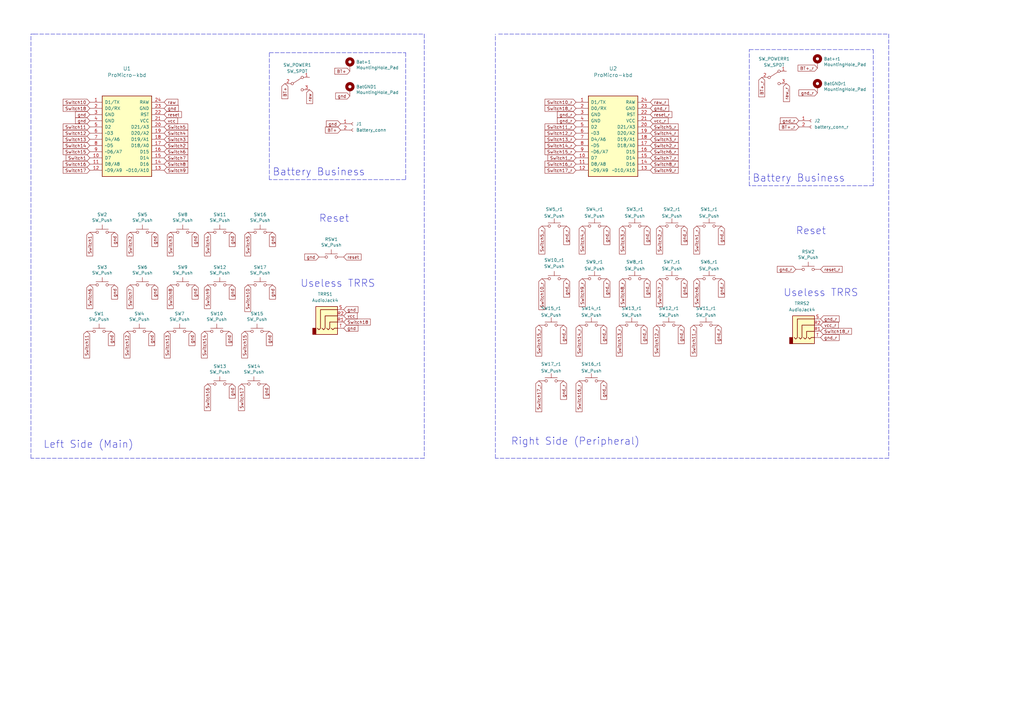
<source format=kicad_sch>
(kicad_sch (version 20211123) (generator eeschema)
  (paper "A3")
  (lib_symbols
    (symbol "Arduino:Sparkfun_Pro_Micro" (pin_names (offset 1.016))
      (property "Reference" "U" (at -8.89 21.59 0))
      (property "Value" "Sparkfun_Pro_Micro" (at 0 19.05 0))
      (symbol "Sparkfun_Pro_Micro_0_1"
        (rectangle (start -10.16 17.78) (end 10.16 -15.24) (stroke (width 0.254)) (fill (type background)))
      )
      (symbol "Sparkfun_Pro_Micro_1_1"
        (pin bidirectional line (at -15.24 15.24 0) (length 5.08) (name "D1/TX") (number "1"))
        (pin bidirectional line (at -15.24 -7.62 0) (length 5.08) (name "D7") (number "10"))
        (pin bidirectional line (at -15.24 -10.16 0) (length 5.08) (name "D8/A8") (number "11"))
        (pin bidirectional line (at -15.24 -12.7 0) (length 5.08) (name "~D9/A9") (number "12"))
        (pin bidirectional line (at 15.24 -12.7 180) (length 5.08) (name "~D10/A10") (number "13"))
        (pin bidirectional line (at 15.24 -10.16 180) (length 5.08) (name "D16") (number "14"))
        (pin bidirectional line (at 15.24 -7.62 180) (length 5.08) (name "D14") (number "15"))
        (pin bidirectional line (at 15.24 -5.08 180) (length 5.08) (name "D15") (number "16"))
        (pin bidirectional line (at 15.24 -2.54 180) (length 5.08) (name "D18/A0") (number "17"))
        (pin bidirectional line (at 15.24 0 180) (length 5.08) (name "D19/A1") (number "18"))
        (pin bidirectional line (at 15.24 2.54 180) (length 5.08) (name "D20/A2") (number "19"))
        (pin bidirectional line (at -15.24 12.7 0) (length 5.08) (name "D0/RX") (number "2"))
        (pin bidirectional line (at 15.24 5.08 180) (length 5.08) (name "D21/A3") (number "20"))
        (pin power_in line (at 15.24 7.62 180) (length 5.08) (name "VCC") (number "21"))
        (pin input line (at 15.24 10.16 180) (length 5.08) (name "RST") (number "22"))
        (pin power_in line (at 15.24 12.7 180) (length 5.08) (name "GND") (number "23"))
        (pin power_in line (at 15.24 15.24 180) (length 5.08) (name "RAW") (number "24"))
        (pin power_in line (at -15.24 10.16 0) (length 5.08) (name "GND") (number "3"))
        (pin power_in line (at -15.24 7.62 0) (length 5.08) (name "GND") (number "4"))
        (pin bidirectional line (at -15.24 5.08 0) (length 5.08) (name "D2") (number "5"))
        (pin bidirectional line (at -15.24 2.54 0) (length 5.08) (name "~D3") (number "6"))
        (pin bidirectional line (at -15.24 0 0) (length 5.08) (name "D4/A6") (number "7"))
        (pin bidirectional line (at -15.24 -2.54 0) (length 5.08) (name "~D5") (number "8"))
        (pin bidirectional line (at -15.24 -5.08 0) (length 5.08) (name "~D6/A7") (number "9"))
      )
    )
    (symbol "Connector:AudioJack4"
      (property "Reference" "J" (at 0 8.89 0))
      (property "Value" "AudioJack4" (at 0 6.35 0))
      (symbol "AudioJack4_0_1"
        (rectangle (start -6.35 -5.08) (end -7.62 -7.62) (stroke (width 0.254)) (fill (type outline)))
        (polyline (pts (xy 0 -5.08) (xy 0.635 -5.715) (xy 1.27 -5.08) (xy 2.54 -5.08)) (stroke (width 0.254)))
        (polyline (pts (xy -5.715 -5.08) (xy -5.08 -5.715) (xy -4.445 -5.08) (xy -4.445 2.54) (xy 2.54 2.54)) (stroke (width 0.254)))
        (polyline (pts (xy -1.905 -5.08) (xy -1.27 -5.715) (xy -0.635 -5.08) (xy -0.635 -2.54) (xy 2.54 -2.54)) (stroke (width 0.254)))
        (polyline (pts (xy 2.54 0) (xy -2.54 0) (xy -2.54 -5.08) (xy -3.175 -5.715) (xy -3.81 -5.08)) (stroke (width 0.254)))
        (rectangle (start 2.54 3.81) (end -6.35 -7.62) (stroke (width 0.254)) (fill (type background)))
      )
      (symbol "AudioJack4_1_1"
        (pin passive line (at 5.08 -2.54 180) (length 2.54) (name "~") (number "R1"))
        (pin passive line (at 5.08 0 180) (length 2.54) (name "~") (number "R2"))
        (pin passive line (at 5.08 2.54 180) (length 2.54) (name "~") (number "S"))
        (pin passive line (at 5.08 -5.08 180) (length 2.54) (name "~") (number "T"))
      )
    )
    (symbol "Connector:Conn_01x02_Female" (pin_names (offset 1.016) hide)
      (property "Reference" "J" (at 0 2.54 0))
      (property "Value" "Conn_01x02_Female" (at 0 -5.08 0))
      (symbol "Conn_01x02_Female_1_1"
        (arc (start 0 -2.032) (mid -0.508 -2.54) (end 0 -3.048) (stroke (width 0.1524)))
        (polyline (pts (xy -1.27 -2.54) (xy -0.508 -2.54)) (stroke (width 0.1524)))
        (polyline (pts (xy -1.27 0) (xy -0.508 0)) (stroke (width 0.1524)))
        (arc (start 0 0.508) (mid -0.508 0) (end 0 -0.508) (stroke (width 0.1524)))
        (pin passive line (at -5.08 0 0) (length 3.81) (name "Pin_1") (number "1"))
        (pin passive line (at -5.08 -2.54 0) (length 3.81) (name "Pin_2") (number "2"))
      )
    )
    (symbol "Mechanical:MountingHole_Pad" (pin_numbers hide) (pin_names (offset 1.016) hide)
      (property "Reference" "H" (at 0 6.35 0))
      (property "Value" "MountingHole_Pad" (at 0 4.445 0))
      (symbol "MountingHole_Pad_0_1"
        (circle (center 0 1.27) (radius 1.27) (stroke (width 1.27)))
      )
      (symbol "MountingHole_Pad_1_1"
        (pin input line (at 0 -2.54 90) (length 2.54) (name "1") (number "1"))
      )
    )
    (symbol "Switch:SW_Push" (pin_numbers hide) (pin_names (offset 1.016) hide)
      (property "Reference" "SW" (at 1.27 2.54 0))
      (property "Value" "SW_Push" (at 0 -1.524 0))
      (symbol "SW_Push_0_1"
        (circle (center -2.032 0) (radius 0.508))
        (polyline (pts (xy 0 1.27) (xy 0 3.048)))
        (polyline (pts (xy 2.54 1.27) (xy -2.54 1.27)))
        (circle (center 2.032 0) (radius 0.508))
        (pin passive line (at -5.08 0 0) (length 2.54) (name "1") (number "1"))
        (pin passive line (at 5.08 0 180) (length 2.54) (name "2") (number "2"))
      )
    )
    (symbol "Switch:SW_SPDT" (pin_names (offset 0) hide)
      (property "Reference" "SW" (at 0 4.318 0))
      (property "Value" "SW_SPDT" (at 0 -5.08 0))
      (symbol "SW_SPDT_0_0"
        (circle (center -2.032 0) (radius 0.508))
        (circle (center 2.032 -2.54) (radius 0.508))
      )
      (symbol "SW_SPDT_0_1"
        (polyline (pts (xy -1.524 0.254) (xy 1.651 2.286)))
        (circle (center 2.032 2.54) (radius 0.508))
      )
      (symbol "SW_SPDT_1_1"
        (pin passive line (at 5.08 2.54 180) (length 2.54) (name "A") (number "1"))
        (pin passive line (at -5.08 0 0) (length 2.54) (name "B") (number "2"))
        (pin passive line (at 5.08 -2.54 180) (length 2.54) (name "C") (number "3"))
      )
    )
  )
  (polyline (pts (xy 166.37 73.66) (xy 110.49 73.66)))
  (polyline (pts (xy 13.97 13.97) (xy 173.99 13.97)))
  (polyline (pts (xy 173.99 13.97) (xy 173.99 187.96)))
  (polyline (pts (xy 110.49 21.59) (xy 166.37 21.59)))
  (polyline (pts (xy 364.49 187.96) (xy 203.2 187.96)))
  (polyline (pts (xy 307.34 20.32) (xy 358.14 20.32)))
  (polyline (pts (xy 110.49 73.66) (xy 110.49 21.59)))
  (polyline (pts (xy 166.37 21.59) (xy 166.37 73.66)))
  (polyline (pts (xy 364.49 13.97) (xy 364.49 187.96)))
  (polyline (pts (xy 358.14 76.2) (xy 307.34 76.2)))
  (polyline (pts (xy 204.47 13.97) (xy 364.49 13.97)))
  (polyline (pts (xy 173.99 187.96) (xy 12.7 187.96)))
  (polyline (pts (xy 12.7 187.96) (xy 12.7 13.97)))
  (polyline (pts (xy 203.2 187.96) (xy 203.2 13.97)))
  (polyline (pts (xy 358.14 20.32) (xy 358.14 76.2)))
  (polyline (pts (xy 307.34 76.2) (xy 307.34 20.32)))
  (polyline (pts (xy 12.7 13.97) (xy 13.97 13.97)))
  (text "Reset" (at 130.81 91.44 0) (effects (font (size 2.9972 2.9972)) (justify left bottom)))
  (text "Useless TRRS\n" (at 321.31 121.92 0) (effects (font (size 2.9972 2.9972)) (justify left bottom)))
  (text "Right Side (Peripheral)" (at 209.55 182.88 0) (effects (font (size 2.9972 2.9972)) (justify left bottom)))
  (text "Useless TRRS\n" (at 123.19 118.11 0) (effects (font (size 2.9972 2.9972)) (justify left bottom)))
  (text "Battery Business" (at 308.61 74.93 0) (effects (font (size 2.9972 2.9972)) (justify left bottom)))
  (text "Left Side (Main)" (at 17.78 184.15 0) (effects (font (size 2.9972 2.9972)) (justify left bottom)))
  (text "Battery Business" (at 111.76 72.39 0) (effects (font (size 2.9972 2.9972)) (justify left bottom)))
  (text "Reset" (at 326.39 96.52 0) (effects (font (size 2.9972 2.9972)) (justify left bottom)))
  (global_label "gnd" (shape input) (at 62.23 135.89 270) (property "Intersheet References" "${INTERSHEET_REFS}" (effects hide)))
  (global_label "gnd" (shape input) (at 67.31 44.45 0) (property "Intersheet References" "${INTERSHEET_REFS}" (effects hide)))
  (global_label "Switch16" (shape input) (at 36.83 67.31 180) (property "Intersheet References" "${INTERSHEET_REFS}" (effects hide)))
  (global_label "gnd" (shape input) (at 36.83 46.99 180) (property "Intersheet References" "${INTERSHEET_REFS}" (effects hide)))
  (global_label "Switch13" (shape input) (at 36.83 57.15 180) (property "Intersheet References" "${INTERSHEET_REFS}" (effects hide)))
  (global_label "gnd" (shape input) (at 130.81 105.41 180) (property "Intersheet References" "${INTERSHEET_REFS}" (effects hide)))
  (global_label "Switch7_r" (shape input) (at 270.51 114.3 270) (property "Intersheet References" "${INTERSHEET_REFS}" (effects hide)))
  (global_label "Switch15_r" (shape input) (at 236.22 62.23 180) (property "Intersheet References" "${INTERSHEET_REFS}" (effects hide)))
  (global_label "gnd" (shape input) (at 80.01 116.84 270) (property "Intersheet References" "${INTERSHEET_REFS}" (effects hide)))
  (global_label "reset" (shape input) (at 140.97 105.41 0) (property "Intersheet References" "${INTERSHEET_REFS}" (effects hide)))
  (global_label "Switch17" (shape input) (at 99.06 157.48 270) (property "Intersheet References" "${INTERSHEET_REFS}" (effects hide)))
  (global_label "Switch2_r" (shape input) (at 270.51 92.71 270) (property "Intersheet References" "${INTERSHEET_REFS}" (effects hide)))
  (global_label "gnd_r" (shape input) (at 236.22 46.99 180) (property "Intersheet References" "${INTERSHEET_REFS}" (effects hide)))
  (global_label "Switch4" (shape input) (at 67.31 54.61 0) (property "Intersheet References" "${INTERSHEET_REFS}" (effects hide)))
  (global_label "Switch10_r" (shape input) (at 236.22 41.91 180) (property "Intersheet References" "${INTERSHEET_REFS}" (effects hide)))
  (global_label "Switch13_r" (shape input) (at 254 133.35 270) (property "Intersheet References" "${INTERSHEET_REFS}" (effects hide)))
  (global_label "gnd_r" (shape input) (at 280.67 92.71 270) (property "Intersheet References" "${INTERSHEET_REFS}" (effects hide)))
  (global_label "gnd_r" (shape input) (at 265.43 114.3 270) (property "Intersheet References" "${INTERSHEET_REFS}" (effects hide)))
  (global_label "BT+_r" (shape input) (at 327.66 52.07 180) (property "Intersheet References" "${INTERSHEET_REFS}" (effects hide)))
  (global_label "BT+" (shape input) (at 139.7 53.34 180) (property "Intersheet References" "${INTERSHEET_REFS}" (effects hide)))
  (global_label "Switch17_r" (shape input) (at 220.98 156.21 270) (property "Intersheet References" "${INTERSHEET_REFS}" (effects hide)))
  (global_label "Switch4_r" (shape input) (at 238.76 92.71 270) (property "Intersheet References" "${INTERSHEET_REFS}" (effects hide)))
  (global_label "Switch16_r" (shape input) (at 236.22 67.31 180) (property "Intersheet References" "${INTERSHEET_REFS}" (effects hide)))
  (global_label "Switch7" (shape input) (at 53.34 116.84 270) (property "Intersheet References" "${INTERSHEET_REFS}" (effects hide)))
  (global_label "gnd_r" (shape input) (at 231.14 133.35 270) (property "Intersheet References" "${INTERSHEET_REFS}" (effects hide)))
  (global_label "gnd_r" (shape input) (at 231.14 156.21 270) (property "Intersheet References" "${INTERSHEET_REFS}" (effects hide)))
  (global_label "gnd_r" (shape input) (at 266.7 44.45 0) (property "Intersheet References" "${INTERSHEET_REFS}" (effects hide)))
  (global_label "Switch15" (shape input) (at 36.83 62.23 180) (property "Intersheet References" "${INTERSHEET_REFS}" (effects hide)))
  (global_label "gnd" (shape input) (at 95.25 95.25 270) (property "Intersheet References" "${INTERSHEET_REFS}" (effects hide)))
  (global_label "gnd_r" (shape input) (at 327.66 49.53 180) (property "Intersheet References" "${INTERSHEET_REFS}" (effects hide)))
  (global_label "gnd" (shape input) (at 139.7 50.8 180) (property "Intersheet References" "${INTERSHEET_REFS}" (effects hide)))
  (global_label "Switch16_r" (shape input) (at 237.49 156.21 270) (property "Intersheet References" "${INTERSHEET_REFS}" (effects hide)))
  (global_label "vcc" (shape input) (at 67.31 49.53 0) (property "Intersheet References" "${INTERSHEET_REFS}" (effects hide)))
  (global_label "Switch6_r" (shape input) (at 285.75 114.3 270) (property "Intersheet References" "${INTERSHEET_REFS}" (effects hide)))
  (global_label "gnd_r" (shape input) (at 294.64 133.35 270) (property "Intersheet References" "${INTERSHEET_REFS}" (effects hide)))
  (global_label "Switch14" (shape input) (at 36.83 59.69 180) (property "Intersheet References" "${INTERSHEET_REFS}" (effects hide)))
  (global_label "Switch1" (shape input) (at 36.83 95.25 270) (property "Intersheet References" "${INTERSHEET_REFS}" (effects hide)))
  (global_label "reset" (shape input) (at 67.31 46.99 0) (property "Intersheet References" "${INTERSHEET_REFS}" (effects hide)))
  (global_label "Switch11_r" (shape input) (at 236.22 52.07 180) (property "Intersheet References" "${INTERSHEET_REFS}" (effects hide)))
  (global_label "gnd_r" (shape input) (at 335.28 38.1 180) (property "Intersheet References" "${INTERSHEET_REFS}" (effects hide)))
  (global_label "Switch11" (shape input) (at 35.56 135.89 270) (property "Intersheet References" "${INTERSHEET_REFS}" (effects hide)))
  (global_label "gnd" (shape input) (at 46.99 116.84 270) (property "Intersheet References" "${INTERSHEET_REFS}" (effects hide)))
  (global_label "gnd" (shape input) (at 110.49 135.89 270) (property "Intersheet References" "${INTERSHEET_REFS}" (effects hide)))
  (global_label "Switch10_r" (shape input) (at 222.25 114.3 270) (property "Intersheet References" "${INTERSHEET_REFS}" (effects hide)))
  (global_label "Switch2_r" (shape input) (at 266.7 59.69 0) (property "Intersheet References" "${INTERSHEET_REFS}" (effects hide)))
  (global_label "gnd" (shape input) (at 111.76 95.25 270) (property "Intersheet References" "${INTERSHEET_REFS}" (effects hide)))
  (global_label "Switch14" (shape input) (at 83.82 135.89 270) (property "Intersheet References" "${INTERSHEET_REFS}" (effects hide)))
  (global_label "Switch12_r" (shape input) (at 236.22 54.61 180) (property "Intersheet References" "${INTERSHEET_REFS}" (effects hide)))
  (global_label "vcc_r" (shape input) (at 336.55 133.35 0) (property "Intersheet References" "${INTERSHEET_REFS}" (effects hide)))
  (global_label "gnd" (shape input) (at 80.01 95.25 270) (property "Intersheet References" "${INTERSHEET_REFS}" (effects hide)))
  (global_label "gnd" (shape input) (at 140.97 134.62 0) (property "Intersheet References" "${INTERSHEET_REFS}" (effects hide)))
  (global_label "Switch14_r" (shape input) (at 237.49 133.35 270) (property "Intersheet References" "${INTERSHEET_REFS}" (effects hide)))
  (global_label "Switch3_r" (shape input) (at 266.7 57.15 0) (property "Intersheet References" "${INTERSHEET_REFS}" (effects hide)))
  (global_label "Switch2" (shape input) (at 53.34 95.25 270) (property "Intersheet References" "${INTERSHEET_REFS}" (effects hide)))
  (global_label "gnd" (shape input) (at 45.72 135.89 270) (property "Intersheet References" "${INTERSHEET_REFS}" (effects hide)))
  (global_label "Switch12" (shape input) (at 52.07 135.89 270) (property "Intersheet References" "${INTERSHEET_REFS}" (effects hide)))
  (global_label "vcc_r" (shape input) (at 266.7 49.53 0) (property "Intersheet References" "${INTERSHEET_REFS}" (effects hide)))
  (global_label "Switch6" (shape input) (at 67.31 62.23 0) (property "Intersheet References" "${INTERSHEET_REFS}" (effects hide)))
  (global_label "gnd" (shape input) (at 78.74 135.89 270) (property "Intersheet References" "${INTERSHEET_REFS}" (effects hide)))
  (global_label "gnd_r" (shape input) (at 232.41 92.71 270) (property "Intersheet References" "${INTERSHEET_REFS}" (effects hide)))
  (global_label "gnd_r" (shape input) (at 247.65 133.35 270) (property "Intersheet References" "${INTERSHEET_REFS}" (effects hide)))
  (global_label "Switch5_r" (shape input) (at 266.7 52.07 0) (property "Intersheet References" "${INTERSHEET_REFS}" (effects hide)))
  (global_label "gnd_r" (shape input) (at 295.91 114.3 270) (property "Intersheet References" "${INTERSHEET_REFS}" (effects hide)))
  (global_label "Switch7" (shape input) (at 67.31 64.77 0) (property "Intersheet References" "${INTERSHEET_REFS}" (effects hide)))
  (global_label "gnd" (shape input) (at 143.51 39.37 180) (property "Intersheet References" "${INTERSHEET_REFS}" (effects hide)))
  (global_label "Switch16" (shape input) (at 85.09 157.48 270) (property "Intersheet References" "${INTERSHEET_REFS}" (effects hide)))
  (global_label "Switch3_r" (shape input) (at 255.27 92.71 270) (property "Intersheet References" "${INTERSHEET_REFS}" (effects hide)))
  (global_label "gnd" (shape input) (at 140.97 127 0) (property "Intersheet References" "${INTERSHEET_REFS}" (effects hide)))
  (global_label "Switch5" (shape input) (at 101.6 95.25 270) (property "Intersheet References" "${INTERSHEET_REFS}" (effects hide)))
  (global_label "gnd" (shape input) (at 109.22 157.48 270) (property "Intersheet References" "${INTERSHEET_REFS}" (effects hide)))
  (global_label "Switch7_r" (shape input) (at 266.7 64.77 0) (property "Intersheet References" "${INTERSHEET_REFS}" (effects hide)))
  (global_label "gnd_r" (shape input) (at 232.41 114.3 270) (property "Intersheet References" "${INTERSHEET_REFS}" (effects hide)))
  (global_label "gnd" (shape input) (at 95.25 116.84 270) (property "Intersheet References" "${INTERSHEET_REFS}" (effects hide)))
  (global_label "gnd_r" (shape input) (at 336.55 130.81 0) (property "Intersheet References" "${INTERSHEET_REFS}" (effects hide)))
  (global_label "Switch15" (shape input) (at 100.33 135.89 270) (property "Intersheet References" "${INTERSHEET_REFS}" (effects hide)))
  (global_label "Switch9" (shape input) (at 67.31 69.85 0) (property "Intersheet References" "${INTERSHEET_REFS}" (effects hide)))
  (global_label "BT+_r" (shape input) (at 312.42 31.75 270) (property "Intersheet References" "${INTERSHEET_REFS}" (effects hide)))
  (global_label "gnd" (shape input) (at 36.83 49.53 180) (property "Intersheet References" "${INTERSHEET_REFS}" (effects hide)))
  (global_label "Switch13" (shape input) (at 68.58 135.89 270) (property "Intersheet References" "${INTERSHEET_REFS}" (effects hide)))
  (global_label "Switch9_r" (shape input) (at 238.76 114.3 270) (property "Intersheet References" "${INTERSHEET_REFS}" (effects hide)))
  (global_label "raw_r" (shape input) (at 322.58 34.29 270) (property "Intersheet References" "${INTERSHEET_REFS}" (effects hide)))
  (global_label "Switch1_r" (shape input) (at 236.22 64.77 180) (property "Intersheet References" "${INTERSHEET_REFS}" (effects hide)))
  (global_label "Switch6" (shape input) (at 36.83 116.84 270) (property "Intersheet References" "${INTERSHEET_REFS}" (effects hide)))
  (global_label "Switch10" (shape input) (at 101.6 116.84 270) (property "Intersheet References" "${INTERSHEET_REFS}" (effects hide)))
  (global_label "Switch17" (shape input) (at 36.83 69.85 180) (property "Intersheet References" "${INTERSHEET_REFS}" (effects hide)))
  (global_label "Switch18" (shape input) (at 36.83 44.45 180) (property "Intersheet References" "${INTERSHEET_REFS}" (effects hide)))
  (global_label "gnd_r" (shape input) (at 248.92 92.71 270) (property "Intersheet References" "${INTERSHEET_REFS}" (effects hide)))
  (global_label "Switch12_r" (shape input) (at 269.24 133.35 270) (property "Intersheet References" "${INTERSHEET_REFS}" (effects hide)))
  (global_label "Switch4" (shape input) (at 85.09 95.25 270) (property "Intersheet References" "${INTERSHEET_REFS}" (effects hide)))
  (global_label "Switch9" (shape input) (at 85.09 116.84 270) (property "Intersheet References" "${INTERSHEET_REFS}" (effects hide)))
  (global_label "Switch17_r" (shape input) (at 236.22 69.85 180) (property "Intersheet References" "${INTERSHEET_REFS}" (effects hide)))
  (global_label "raw_r" (shape input) (at 266.7 41.91 0) (property "Intersheet References" "${INTERSHEET_REFS}" (effects hide)))
  (global_label "gnd_r" (shape input) (at 264.16 133.35 270) (property "Intersheet References" "${INTERSHEET_REFS}" (effects hide)))
  (global_label "Switch4_r" (shape input) (at 266.7 54.61 0) (property "Intersheet References" "${INTERSHEET_REFS}" (effects hide)))
  (global_label "gnd" (shape input) (at 63.5 95.25 270) (property "Intersheet References" "${INTERSHEET_REFS}" (effects hide)))
  (global_label "gnd_r" (shape input) (at 336.55 138.43 0) (property "Intersheet References" "${INTERSHEET_REFS}" (effects hide)))
  (global_label "raw" (shape input) (at 127 36.83 270) (property "Intersheet References" "${INTERSHEET_REFS}" (effects hide)))
  (global_label "gnd_r" (shape input) (at 248.92 114.3 270) (property "Intersheet References" "${INTERSHEET_REFS}" (effects hide)))
  (global_label "Switch10" (shape input) (at 36.83 41.91 180) (property "Intersheet References" "${INTERSHEET_REFS}" (effects hide)))
  (global_label "Switch18" (shape input) (at 140.97 132.08 0) (property "Intersheet References" "${INTERSHEET_REFS}" (effects hide)))
  (global_label "reset_r" (shape input) (at 336.55 110.49 0) (property "Intersheet References" "${INTERSHEET_REFS}" (effects hide)))
  (global_label "gnd_r" (shape input) (at 280.67 114.3 270) (property "Intersheet References" "${INTERSHEET_REFS}" (effects hide)))
  (global_label "Switch6_r" (shape input) (at 266.7 62.23 0) (property "Intersheet References" "${INTERSHEET_REFS}" (effects hide)))
  (global_label "gnd" (shape input) (at 95.25 157.48 270) (property "Intersheet References" "${INTERSHEET_REFS}" (effects hide)))
  (global_label "Switch11_r" (shape input) (at 284.48 133.35 270) (property "Intersheet References" "${INTERSHEET_REFS}" (effects hide)))
  (global_label "Switch12" (shape input) (at 36.83 54.61 180) (property "Intersheet References" "${INTERSHEET_REFS}" (effects hide)))
  (global_label "Switch5_r" (shape input) (at 222.25 92.71 270) (property "Intersheet References" "${INTERSHEET_REFS}" (effects hide)))
  (global_label "gnd" (shape input) (at 63.5 116.84 270) (property "Intersheet References" "${INTERSHEET_REFS}" (effects hide)))
  (global_label "gnd" (shape input) (at 93.98 135.89 270) (property "Intersheet References" "${INTERSHEET_REFS}" (effects hide)))
  (global_label "gnd" (shape input) (at 111.76 116.84 270) (property "Intersheet References" "${INTERSHEET_REFS}" (effects hide)))
  (global_label "Switch8_r" (shape input) (at 255.27 114.3 270) (property "Intersheet References" "${INTERSHEET_REFS}" (effects hide)))
  (global_label "gnd_r" (shape input) (at 236.22 49.53 180) (property "Intersheet References" "${INTERSHEET_REFS}" (effects hide)))
  (global_label "reset_r" (shape input) (at 266.7 46.99 0) (property "Intersheet References" "${INTERSHEET_REFS}" (effects hide)))
  (global_label "Switch18_r" (shape input) (at 236.22 44.45 180) (property "Intersheet References" "${INTERSHEET_REFS}" (effects hide)))
  (global_label "Switch5" (shape input) (at 67.31 52.07 0) (property "Intersheet References" "${INTERSHEET_REFS}" (effects hide)))
  (global_label "gnd_r" (shape input) (at 295.91 92.71 270) (property "Intersheet References" "${INTERSHEET_REFS}" (effects hide)))
  (global_label "Switch8" (shape input) (at 67.31 67.31 0) (property "Intersheet References" "${INTERSHEET_REFS}" (effects hide)))
  (global_label "Switch13_r" (shape input) (at 236.22 57.15 180) (property "Intersheet References" "${INTERSHEET_REFS}" (effects hide)))
  (global_label "Switch3" (shape input) (at 69.85 95.25 270) (property "Intersheet References" "${INTERSHEET_REFS}" (effects hide)))
  (global_label "Switch2" (shape input) (at 67.31 59.69 0) (property "Intersheet References" "${INTERSHEET_REFS}" (effects hide)))
  (global_label "gnd_r" (shape input) (at 326.39 110.49 180) (property "Intersheet References" "${INTERSHEET_REFS}" (effects hide)))
  (global_label "Switch15_r" (shape input) (at 220.98 133.35 270) (property "Intersheet References" "${INTERSHEET_REFS}" (effects hide)))
  (global_label "gnd_r" (shape input) (at 247.65 156.21 270) (property "Intersheet References" "${INTERSHEET_REFS}" (effects hide)))
  (global_label "raw" (shape input) (at 67.31 41.91 0) (property "Intersheet References" "${INTERSHEET_REFS}" (effects hide)))
  (global_label "vcc" (shape input) (at 140.97 129.54 0) (property "Intersheet References" "${INTERSHEET_REFS}" (effects hide)))
  (global_label "gnd_r" (shape input) (at 265.43 92.71 270) (property "Intersheet References" "${INTERSHEET_REFS}" (effects hide)))
  (global_label "Switch8_r" (shape input) (at 266.7 67.31 0) (property "Intersheet References" "${INTERSHEET_REFS}" (effects hide)))
  (global_label "Switch1_r" (shape input) (at 285.75 92.71 270) (property "Intersheet References" "${INTERSHEET_REFS}" (effects hide)))
  (global_label "Switch18_r" (shape input) (at 336.55 135.89 0) (property "Intersheet References" "${INTERSHEET_REFS}" (effects hide)))
  (global_label "BT+_r" (shape input) (at 335.28 27.94 180) (property "Intersheet References" "${INTERSHEET_REFS}" (effects hide)))
  (global_label "Switch8" (shape input) (at 69.85 116.84 270) (property "Intersheet References" "${INTERSHEET_REFS}" (effects hide)))
  (global_label "gnd_r" (shape input) (at 698.5 292.1 0) (property "Intersheet References" "${INTERSHEET_REFS}" (effects hide)))
  (global_label "BT+" (shape input) (at 116.84 34.29 270) (property "Intersheet References" "${INTERSHEET_REFS}" (effects hide)))
  (global_label "BT+" (shape input) (at 143.51 29.21 180) (property "Intersheet References" "${INTERSHEET_REFS}" (effects hide)))
  (global_label "Switch11" (shape input) (at 36.83 52.07 180) (property "Intersheet References" "${INTERSHEET_REFS}" (effects hide)))
  (global_label "Switch9_r" (shape input) (at 266.7 69.85 0) (property "Intersheet References" "${INTERSHEET_REFS}" (effects hide)))
  (global_label "Switch1" (shape input) (at 36.83 64.77 180) (property "Intersheet References" "${INTERSHEET_REFS}" (effects hide)))
  (global_label "gnd" (shape input) (at 46.99 95.25 270) (property "Intersheet References" "${INTERSHEET_REFS}" (effects hide)))
  (global_label "Switch14_r" (shape input) (at 236.22 59.69 180) (property "Intersheet References" "${INTERSHEET_REFS}" (effects hide)))
  (global_label "gnd_r" (shape input) (at 279.4 133.35 270) (property "Intersheet References" "${INTERSHEET_REFS}" (effects hide)))
  (global_label "Switch3" (shape input) (at 67.31 57.15 0) (property "Intersheet References" "${INTERSHEET_REFS}" (effects hide)))
  (symbol (lib_id "Switch:SW_Push") (at 41.91 95.25 0) (unit 1)
    (property "Reference" "SW2" (at 41.91 88.011 0))
    (property "Value" "SW_Push" (at 41.91 90.3224 0))
    (property "Footprint" "choc_switch_3d:SW_Hotswap_Kailh_Choc_V1_tweaked" (effects hide))
  )
  (symbol (lib_id "Switch:SW_Push") (at 90.17 157.48 0) (unit 1)
    (property "Reference" "SW13" (at 90.17 150.241 0))
    (property "Value" "SW_Push" (at 90.17 152.5524 0))
    (property "Footprint" "choc_switch_3d:SW_Hotswap_Kailh_Choc_V1_tweaked" (effects hide))
  )
  (symbol (lib_id "Switch:SW_Push") (at 242.57 156.21 0) (unit 1)
    (property "Reference" "SW16_r1" (at 242.57 149.3225 0))
    (property "Value" "SW_Push" (at 242.57 152.0976 0))
    (property "Footprint" "choc_switch_3d:SW_Hotswap_Kailh_Choc_V1_tweaked" (effects hide))
  )
  (symbol (lib_id "Switch:SW_Push") (at 227.33 92.71 0) (unit 1)
    (property "Reference" "SW5_r1" (at 227.33 85.8225 0))
    (property "Value" "SW_Push" (at 227.33 88.5976 0))
    (property "Footprint" "choc_switch_3d:SW_Hotswap_Kailh_Choc_V1_tweaked" (effects hide))
  )
  (symbol (lib_id "Switch:SW_Push") (at 275.59 114.3 0) (unit 1)
    (property "Reference" "SW7_r1" (at 275.59 107.4125 0))
    (property "Value" "SW_Push" (at 275.59 110.1876 0))
    (property "Footprint" "choc_switch_3d:SW_Hotswap_Kailh_Choc_V1_tweaked" (effects hide))
  )
  (symbol (lib_id "Switch:SW_Push") (at 243.84 92.71 0) (unit 1)
    (property "Reference" "SW4_r1" (at 243.84 85.8225 0))
    (property "Value" "SW_Push" (at 243.84 88.5976 0))
    (property "Footprint" "choc_switch_3d:SW_Hotswap_Kailh_Choc_V1_tweaked" (effects hide))
  )
  (symbol (lib_id "Arduino:Sparkfun_Pro_Micro") (at 251.46 57.15 0) (unit 1)
    (property "Reference" "U2" (at 251.46 28.1178 0) (effects (font (size 1.524 1.524))))
    (property "Value" "ProMicro-kbd" (at 251.46 30.8102 0) (effects (font (size 1.524 1.524))))
    (property "Footprint" "Arduino:Sparkfun_Pro_Micro" (effects hide))
    (property "Datasheet" "https://www.sparkfun.com/products/12640" (effects hide))
  )
  (symbol (lib_id "Switch:SW_Push") (at 106.68 95.25 0) (unit 1)
    (property "Reference" "SW16" (at 106.68 88.011 0))
    (property "Value" "SW_Push" (at 106.68 90.3224 0))
    (property "Footprint" "choc_switch_3d:SW_Hotswap_Kailh_Choc_V1_tweaked" (effects hide))
  )
  (symbol (lib_id "Switch:SW_Push") (at 227.33 114.3 0) (unit 1)
    (property "Reference" "SW10_r1" (at 227.33 106.68 0))
    (property "Value" "SW_Push" (at 227.33 109.22 0))
    (property "Footprint" "choc_switch_3d:SW_Hotswap_Kailh_Choc_V1_tweaked" (effects hide))
  )
  (symbol (lib_id "Switch:SW_Push") (at 74.93 116.84 0) (unit 1)
    (property "Reference" "SW9" (at 74.93 109.601 0))
    (property "Value" "SW_Push" (at 74.93 111.9124 0))
    (property "Footprint" "choc_switch_3d:SW_Hotswap_Kailh_Choc_V1_tweaked" (effects hide))
  )
  (symbol (lib_id "Switch:SW_Push") (at 331.47 110.49 0) (unit 1)
    (property "Reference" "RSW2" (at 331.47 103.251 0))
    (property "Value" "SW_Push" (at 331.47 105.5624 0))
    (property "Footprint" "reset_switch:PTS636SP43LFS" (effects hide))
  )
  (symbol (lib_id "Switch:SW_Push") (at 274.32 133.35 0) (unit 1)
    (property "Reference" "SW12_r1" (at 274.32 126.4625 0))
    (property "Value" "SW_Push" (at 274.32 129.2376 0))
    (property "Footprint" "choc_switch_3d:SW_Hotswap_Kailh_Choc_V1_tweaked" (effects hide))
  )
  (symbol (lib_id "Switch:SW_Push") (at 74.93 95.25 0) (unit 1)
    (property "Reference" "SW8" (at 74.93 88.011 0))
    (property "Value" "SW_Push" (at 74.93 90.3224 0))
    (property "Footprint" "choc_switch_3d:SW_Hotswap_Kailh_Choc_V1_tweaked" (effects hide))
  )
  (symbol (lib_id "Switch:SW_Push") (at 58.42 116.84 0) (unit 1)
    (property "Reference" "SW6" (at 58.42 109.601 0))
    (property "Value" "SW_Push" (at 58.42 111.9124 0))
    (property "Footprint" "choc_switch_3d:SW_Hotswap_Kailh_Choc_V1_tweaked" (effects hide))
  )
  (symbol (lib_id "Switch:SW_Push") (at 289.56 133.35 0) (unit 1)
    (property "Reference" "SW11_r1" (at 289.56 126.4625 0))
    (property "Value" "SW_Push" (at 289.56 129.2376 0))
    (property "Footprint" "choc_switch_3d:SW_Hotswap_Kailh_Choc_V1_tweaked" (effects hide))
  )
  (symbol (lib_id "Switch:SW_Push") (at 105.41 135.89 0) (unit 1)
    (property "Reference" "SW15" (at 105.41 128.651 0))
    (property "Value" "SW_Push" (at 105.41 130.9624 0))
    (property "Footprint" "choc_switch_3d:SW_Hotswap_Kailh_Choc_V1_tweaked" (effects hide))
  )
  (symbol (lib_id "Connector:AudioJack4") (at 331.47 133.35 0) (unit 1)
    (property "Reference" "TRRS2" (at 328.93 124.46 0))
    (property "Value" "AudioJack4" (at 328.93 127 0))
    (property "Footprint" "Connector_Audio:Jack_3.5mm_PJ320E_Horizontal" (effects hide))
  )
  (symbol (lib_id "Connector:AudioJack4") (at 135.89 129.54 0) (unit 1)
    (property "Reference" "TRRS1" (at 133.35 120.65 0))
    (property "Value" "AudioJack4" (at 133.35 123.19 0))
    (property "Footprint" "Connector_Audio:Jack_3.5mm_PJ320E_Horizontal" (effects hide))
  )
  (symbol (lib_id "Connector:Conn_01x02_Female") (at 332.74 49.53 0) (unit 1)
    (property "Reference" "J2" (at 334.01 49.5299 0) (effects (justify left)))
    (property "Value" "battery_conn_r" (at 334.01 52.0699 0) (effects (justify left)))
    (property "Footprint" "Connector_JST:JST_PH_S2B-PH-K_1x02_P2.00mm_Horizontal" (effects hide))
  )
  (symbol (lib_id "Switch:SW_Push") (at 90.17 95.25 0) (unit 1)
    (property "Reference" "SW11" (at 90.17 88.011 0))
    (property "Value" "SW_Push" (at 90.17 90.3224 0))
    (property "Footprint" "choc_switch_3d:SW_Hotswap_Kailh_Choc_V1_tweaked" (effects hide))
  )
  (symbol (lib_id "Arduino:Sparkfun_Pro_Micro") (at 52.07 57.15 0) (unit 1)
    (property "Reference" "U1" (at 52.07 28.1178 0) (effects (font (size 1.524 1.524))))
    (property "Value" "ProMicro-kbd" (at 52.07 30.8102 0) (effects (font (size 1.524 1.524))))
    (property "Footprint" "Arduino:Sparkfun_Pro_Micro" (effects hide))
    (property "Datasheet" "https://www.sparkfun.com/products/12640" (effects hide))
  )
  (symbol (lib_id "Switch:SW_Push") (at 40.64 135.89 0) (unit 1)
    (property "Reference" "SW1" (at 40.64 128.651 0))
    (property "Value" "SW_Push" (at 40.64 130.9624 0))
    (property "Footprint" "choc_switch_3d:SW_Hotswap_Kailh_Choc_V1_tweaked" (effects hide))
  )
  (symbol (lib_id "Mechanical:MountingHole_Pad") (at 335.28 35.56 0) (unit 1)
    (property "Reference" "BatGNDr1" (at 337.82 34.3154 0) (effects (justify left)))
    (property "Value" "MountingHole_Pad" (at 337.82 36.6268 0) (effects (justify left)))
    (property "Footprint" "kbd:1pin_conn" (effects hide))
  )
  (symbol (lib_id "Switch:SW_Push") (at 104.14 157.48 0) (unit 1)
    (property "Reference" "SW14" (at 104.14 150.241 0))
    (property "Value" "SW_Push" (at 104.14 152.5524 0))
    (property "Footprint" "choc_switch_3d:SW_Hotswap_Kailh_Choc_V1_tweaked" (effects hide))
  )
  (symbol (lib_id "Switch:SW_Push") (at 58.42 95.25 0) (unit 1)
    (property "Reference" "SW5" (at 58.42 88.011 0))
    (property "Value" "SW_Push" (at 58.42 90.3224 0))
    (property "Footprint" "choc_switch_3d:SW_Hotswap_Kailh_Choc_V1_tweaked" (effects hide))
  )
  (symbol (lib_id "Mechanical:MountingHole_Pad") (at 143.51 26.67 0) (unit 1)
    (property "Reference" "Bat+1" (at 146.05 25.4254 0) (effects (justify left)))
    (property "Value" "MountingHole_Pad" (at 146.05 27.7368 0) (effects (justify left)))
    (property "Footprint" "kbd:1pin_conn" (effects hide))
  )
  (symbol (lib_id "Switch:SW_Push") (at 88.9 135.89 0) (unit 1)
    (property "Reference" "SW10" (at 88.9 128.651 0))
    (property "Value" "SW_Push" (at 88.9 130.9624 0))
    (property "Footprint" "choc_switch_3d:SW_Hotswap_Kailh_Choc_V1_tweaked" (effects hide))
  )
  (symbol (lib_id "Switch:SW_Push") (at 243.84 114.3 0) (unit 1)
    (property "Reference" "SW9_r1" (at 243.84 107.4125 0))
    (property "Value" "SW_Push" (at 243.84 110.1876 0))
    (property "Footprint" "choc_switch_3d:SW_Hotswap_Kailh_Choc_V1_tweaked" (effects hide))
  )
  (symbol (lib_id "Connector:Conn_01x02_Female") (at 144.78 50.8 0) (unit 1)
    (property "Reference" "J1" (at 146.05 50.7999 0) (effects (justify left)))
    (property "Value" "Battery_conn" (at 146.05 53.3399 0) (effects (justify left)))
    (property "Footprint" "Connector_JST:JST_PH_S2B-PH-K_1x02_P2.00mm_Horizontal" (effects hide))
  )
  (symbol (lib_id "Switch:SW_Push") (at 290.83 114.3 0) (unit 1)
    (property "Reference" "SW6_r1" (at 290.83 107.4125 0))
    (property "Value" "SW_Push" (at 290.83 110.1876 0))
    (property "Footprint" "choc_switch_3d:SW_Hotswap_Kailh_Choc_V1_tweaked" (effects hide))
  )
  (symbol (lib_id "Switch:SW_Push") (at 135.89 105.41 0) (unit 1)
    (property "Reference" "RSW1" (at 135.89 98.171 0))
    (property "Value" "SW_Push" (at 135.89 100.4824 0))
    (property "Footprint" "reset_switch:PTS636SP43LFS" (effects hide))
  )
  (symbol (lib_id "Switch:SW_Push") (at 226.06 156.21 0) (unit 1)
    (property "Reference" "SW17_r1" (at 226.06 149.3225 0))
    (property "Value" "SW_Push" (at 226.06 152.0976 0))
    (property "Footprint" "choc_switch_3d:SW_Hotswap_Kailh_Choc_V1_tweaked" (effects hide))
  )
  (symbol (lib_id "Switch:SW_Push") (at 260.35 92.71 0) (unit 1)
    (property "Reference" "SW3_r1" (at 260.35 85.8225 0))
    (property "Value" "SW_Push" (at 260.35 88.5976 0))
    (property "Footprint" "choc_switch_3d:SW_Hotswap_Kailh_Choc_V1_tweaked" (effects hide))
  )
  (symbol (lib_id "Switch:SW_Push") (at 290.83 92.71 0) (unit 1)
    (property "Reference" "SW1_r1" (at 290.83 85.8225 0))
    (property "Value" "SW_Push" (at 290.83 88.5976 0))
    (property "Footprint" "choc_switch_3d:SW_Hotswap_Kailh_Choc_V1_tweaked" (effects hide))
  )
  (symbol (lib_id "Switch:SW_Push") (at 106.68 116.84 0) (unit 1)
    (property "Reference" "SW17" (at 106.68 109.601 0))
    (property "Value" "SW_Push" (at 106.68 111.9124 0))
    (property "Footprint" "choc_switch_3d:SW_Hotswap_Kailh_Choc_V1_tweaked" (effects hide))
  )
  (symbol (lib_id "Switch:SW_Push") (at 275.59 92.71 0) (unit 1)
    (property "Reference" "SW2_r1" (at 275.59 85.8225 0))
    (property "Value" "SW_Push" (at 275.59 88.5976 0))
    (property "Footprint" "choc_switch_3d:SW_Hotswap_Kailh_Choc_V1_tweaked" (effects hide))
  )
  (symbol (lib_id "Switch:SW_Push") (at 57.15 135.89 0) (unit 1)
    (property "Reference" "SW4" (at 57.15 128.651 0))
    (property "Value" "SW_Push" (at 57.15 130.9624 0))
    (property "Footprint" "choc_switch_3d:SW_Hotswap_Kailh_Choc_V1_tweaked" (effects hide))
  )
  (symbol (lib_id "Switch:SW_Push") (at 73.66 135.89 0) (unit 1)
    (property "Reference" "SW7" (at 73.66 128.651 0))
    (property "Value" "SW_Push" (at 73.66 130.9624 0))
    (property "Footprint" "choc_switch_3d:SW_Hotswap_Kailh_Choc_V1_tweaked" (effects hide))
  )
  (symbol (lib_id "Switch:SW_Push") (at 226.06 133.35 0) (unit 1)
    (property "Reference" "SW15_r1" (at 226.06 126.4625 0))
    (property "Value" "SW_Push" (at 226.06 129.2376 0))
    (property "Footprint" "choc_switch_3d:SW_Hotswap_Kailh_Choc_V1_tweaked" (effects hide))
  )
  (symbol (lib_id "Mechanical:MountingHole_Pad") (at 335.28 25.4 0) (unit 1)
    (property "Reference" "Bat+r1" (at 337.82 24.1554 0) (effects (justify left)))
    (property "Value" "MountingHole_Pad" (at 337.82 26.4668 0) (effects (justify left)))
    (property "Footprint" "kbd:1pin_conn" (effects hide))
  )
  (symbol (lib_id "Mechanical:MountingHole_Pad") (at 143.51 36.83 0) (unit 1)
    (property "Reference" "BatGND1" (at 146.05 35.5854 0) (effects (justify left)))
    (property "Value" "MountingHole_Pad" (at 146.05 37.8968 0) (effects (justify left)))
    (property "Footprint" "kbd:1pin_conn" (effects hide))
  )
  (symbol (lib_id "Switch:SW_SPDT") (at 121.92 34.29 0) (unit 1)
    (property "Reference" "SW_POWER1" (at 121.92 26.67 0))
    (property "Value" "SW_SPDT" (at 121.92 29.21 0))
    (property "Footprint" "battery_switch:SPDT_C128955" (effects hide))
  )
  (symbol (lib_id "Switch:SW_Push") (at 259.08 133.35 0) (unit 1)
    (property "Reference" "SW13_r1" (at 259.08 126.4625 0))
    (property "Value" "SW_Push" (at 259.08 129.2376 0))
    (property "Footprint" "choc_switch_3d:SW_Hotswap_Kailh_Choc_V1_tweaked" (effects hide))
  )
  (symbol (lib_id "Switch:SW_Push") (at 242.57 133.35 0) (unit 1)
    (property "Reference" "SW14_r1" (at 242.57 126.4625 0))
    (property "Value" "SW_Push" (at 242.57 129.2376 0))
    (property "Footprint" "choc_switch_3d:SW_Hotswap_Kailh_Choc_V1_tweaked" (effects hide))
  )
  (symbol (lib_id "Switch:SW_Push") (at 260.35 114.3 0) (unit 1)
    (property "Reference" "SW8_r1" (at 260.35 107.4125 0))
    (property "Value" "SW_Push" (at 260.35 110.1876 0))
    (property "Footprint" "choc_switch_3d:SW_Hotswap_Kailh_Choc_V1_tweaked" (effects hide))
  )
  (symbol (lib_id "Switch:SW_SPDT") (at 317.5 31.75 0) (unit 1)
    (property "Reference" "SW_POWERR1" (at 317.5 24.13 0))
    (property "Value" "SW_SPDT" (at 317.5 26.67 0))
    (property "Footprint" "battery_switch:SPDT_C128955" (effects hide))
  )
  (symbol (lib_id "Switch:SW_Push") (at 90.17 116.84 0) (unit 1)
    (property "Reference" "SW12" (at 90.17 109.601 0))
    (property "Value" "SW_Push" (at 90.17 111.9124 0))
    (property "Footprint" "choc_switch_3d:SW_Hotswap_Kailh_Choc_V1_tweaked" (effects hide))
  )
  (symbol (lib_id "Switch:SW_Push") (at 41.91 116.84 0) (unit 1)
    (property "Reference" "SW3" (at 41.91 109.601 0))
    (property "Value" "SW_Push" (at 41.91 111.9124 0))
    (property "Footprint" "choc_switch_3d:SW_Hotswap_Kailh_Choc_V1_tweaked" (effects hide))
  )
)
</source>
